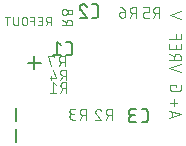
<source format=gbr>
G04 EAGLE Gerber RS-274X export*
G75*
%MOMM*%
%FSLAX34Y34*%
%LPD*%
%INSilkscreen Bottom*%
%IPPOS*%
%AMOC8*
5,1,8,0,0,1.08239X$1,22.5*%
G01*
%ADD10C,0.152400*%
%ADD11C,0.076200*%
%ADD12C,0.101600*%
%ADD13C,0.127000*%


D10*
X193294Y254226D02*
X182457Y254226D01*
X187875Y248807D02*
X187875Y259644D01*
X172262Y198399D02*
X172262Y187562D01*
X172262Y205278D02*
X172262Y216115D01*
D11*
X302600Y294717D02*
X311998Y291584D01*
X311998Y297850D02*
X302600Y294717D01*
X302252Y249877D02*
X311650Y246745D01*
X311650Y253010D02*
X302252Y249877D01*
X302252Y256773D02*
X311650Y256773D01*
X311650Y259383D01*
X311651Y259383D02*
X311649Y259484D01*
X311643Y259585D01*
X311633Y259686D01*
X311620Y259786D01*
X311602Y259886D01*
X311581Y259985D01*
X311555Y260083D01*
X311526Y260180D01*
X311494Y260276D01*
X311457Y260370D01*
X311417Y260463D01*
X311373Y260555D01*
X311326Y260644D01*
X311275Y260732D01*
X311221Y260818D01*
X311164Y260901D01*
X311104Y260983D01*
X311040Y261061D01*
X310974Y261138D01*
X310904Y261211D01*
X310832Y261282D01*
X310757Y261350D01*
X310679Y261415D01*
X310599Y261477D01*
X310517Y261536D01*
X310432Y261592D01*
X310346Y261644D01*
X310257Y261693D01*
X310166Y261739D01*
X310074Y261780D01*
X309980Y261819D01*
X309885Y261853D01*
X309789Y261884D01*
X309691Y261911D01*
X309593Y261935D01*
X309493Y261954D01*
X309393Y261970D01*
X309293Y261982D01*
X309192Y261990D01*
X309091Y261994D01*
X308989Y261994D01*
X308888Y261990D01*
X308787Y261982D01*
X308687Y261970D01*
X308587Y261954D01*
X308487Y261935D01*
X308389Y261911D01*
X308291Y261884D01*
X308195Y261853D01*
X308100Y261819D01*
X308006Y261780D01*
X307914Y261739D01*
X307823Y261693D01*
X307735Y261644D01*
X307648Y261592D01*
X307563Y261536D01*
X307481Y261477D01*
X307401Y261415D01*
X307323Y261350D01*
X307248Y261282D01*
X307176Y261211D01*
X307106Y261138D01*
X307040Y261061D01*
X306976Y260983D01*
X306916Y260901D01*
X306859Y260818D01*
X306805Y260732D01*
X306754Y260644D01*
X306707Y260555D01*
X306663Y260463D01*
X306623Y260370D01*
X306586Y260276D01*
X306554Y260180D01*
X306525Y260083D01*
X306499Y259985D01*
X306478Y259886D01*
X306460Y259786D01*
X306447Y259686D01*
X306437Y259585D01*
X306431Y259484D01*
X306429Y259383D01*
X306429Y256773D01*
X306429Y259905D02*
X302252Y261994D01*
X302252Y266182D02*
X302252Y270359D01*
X302252Y266182D02*
X311650Y266182D01*
X311650Y270359D01*
X307473Y269314D02*
X307473Y266182D01*
X311650Y274106D02*
X302252Y274106D01*
X311650Y274106D02*
X311650Y278283D01*
X307473Y278283D02*
X307473Y274106D01*
X307876Y235403D02*
X307876Y233836D01*
X307876Y235403D02*
X302655Y235403D01*
X302655Y232270D01*
X302656Y232270D02*
X302658Y232181D01*
X302664Y232093D01*
X302673Y232005D01*
X302686Y231917D01*
X302703Y231830D01*
X302723Y231744D01*
X302748Y231659D01*
X302775Y231574D01*
X302807Y231491D01*
X302841Y231410D01*
X302880Y231330D01*
X302921Y231252D01*
X302966Y231175D01*
X303014Y231101D01*
X303065Y231028D01*
X303119Y230958D01*
X303177Y230891D01*
X303237Y230825D01*
X303299Y230763D01*
X303365Y230703D01*
X303432Y230645D01*
X303502Y230591D01*
X303575Y230540D01*
X303649Y230492D01*
X303726Y230447D01*
X303804Y230406D01*
X303884Y230367D01*
X303965Y230333D01*
X304048Y230301D01*
X304133Y230274D01*
X304218Y230249D01*
X304304Y230229D01*
X304391Y230212D01*
X304479Y230199D01*
X304567Y230190D01*
X304655Y230184D01*
X304744Y230182D01*
X309965Y230182D01*
X310056Y230184D01*
X310147Y230190D01*
X310238Y230200D01*
X310328Y230214D01*
X310417Y230231D01*
X310505Y230253D01*
X310593Y230279D01*
X310679Y230308D01*
X310764Y230341D01*
X310847Y230378D01*
X310929Y230418D01*
X311009Y230462D01*
X311087Y230509D01*
X311163Y230560D01*
X311236Y230613D01*
X311307Y230670D01*
X311376Y230731D01*
X311441Y230794D01*
X311504Y230859D01*
X311564Y230928D01*
X311622Y230999D01*
X311675Y231072D01*
X311726Y231148D01*
X311773Y231226D01*
X311817Y231306D01*
X311857Y231388D01*
X311894Y231471D01*
X311927Y231556D01*
X311956Y231642D01*
X311982Y231730D01*
X312004Y231818D01*
X312021Y231907D01*
X312035Y231997D01*
X312045Y232088D01*
X312051Y232179D01*
X312053Y232270D01*
X312053Y235403D01*
X311646Y210693D02*
X302248Y207560D01*
X302248Y213826D02*
X311646Y210693D01*
X304598Y213042D02*
X304598Y208343D01*
X305903Y217314D02*
X305903Y223579D01*
X302770Y220447D02*
X309036Y220447D01*
D12*
X214957Y228854D02*
X214957Y237744D01*
X212487Y237744D01*
X212389Y237742D01*
X212291Y237736D01*
X212193Y237726D01*
X212096Y237713D01*
X211999Y237695D01*
X211903Y237674D01*
X211809Y237649D01*
X211715Y237620D01*
X211622Y237588D01*
X211531Y237551D01*
X211441Y237512D01*
X211353Y237468D01*
X211267Y237421D01*
X211182Y237371D01*
X211100Y237318D01*
X211020Y237261D01*
X210942Y237201D01*
X210867Y237138D01*
X210794Y237072D01*
X210724Y237003D01*
X210657Y236932D01*
X210592Y236858D01*
X210531Y236781D01*
X210472Y236702D01*
X210417Y236621D01*
X210365Y236538D01*
X210317Y236452D01*
X210272Y236365D01*
X210230Y236276D01*
X210192Y236186D01*
X210158Y236094D01*
X210127Y236001D01*
X210100Y235906D01*
X210077Y235811D01*
X210057Y235714D01*
X210042Y235618D01*
X210030Y235520D01*
X210022Y235422D01*
X210018Y235324D01*
X210018Y235226D01*
X210022Y235128D01*
X210030Y235030D01*
X210042Y234932D01*
X210057Y234836D01*
X210077Y234739D01*
X210100Y234644D01*
X210127Y234549D01*
X210158Y234456D01*
X210192Y234364D01*
X210230Y234274D01*
X210272Y234185D01*
X210317Y234098D01*
X210365Y234012D01*
X210417Y233929D01*
X210472Y233848D01*
X210531Y233769D01*
X210592Y233692D01*
X210657Y233618D01*
X210724Y233547D01*
X210794Y233478D01*
X210867Y233412D01*
X210942Y233349D01*
X211020Y233289D01*
X211100Y233232D01*
X211182Y233179D01*
X211267Y233129D01*
X211353Y233082D01*
X211441Y233038D01*
X211531Y232999D01*
X211622Y232962D01*
X211715Y232930D01*
X211809Y232901D01*
X211903Y232876D01*
X211999Y232855D01*
X212096Y232837D01*
X212193Y232824D01*
X212291Y232814D01*
X212389Y232808D01*
X212487Y232806D01*
X212487Y232805D02*
X214957Y232805D01*
X211993Y232805D02*
X210018Y228854D01*
X206107Y235768D02*
X203637Y237744D01*
X203637Y228854D01*
X201168Y228854D02*
X206107Y228854D01*
X253311Y215138D02*
X253311Y206248D01*
X253311Y215138D02*
X250841Y215138D01*
X250743Y215136D01*
X250645Y215130D01*
X250547Y215120D01*
X250450Y215107D01*
X250353Y215089D01*
X250257Y215068D01*
X250163Y215043D01*
X250069Y215014D01*
X249976Y214982D01*
X249885Y214945D01*
X249795Y214906D01*
X249707Y214862D01*
X249621Y214815D01*
X249536Y214765D01*
X249454Y214712D01*
X249374Y214655D01*
X249296Y214595D01*
X249221Y214532D01*
X249148Y214466D01*
X249078Y214397D01*
X249011Y214326D01*
X248946Y214252D01*
X248885Y214175D01*
X248826Y214096D01*
X248771Y214015D01*
X248719Y213932D01*
X248671Y213846D01*
X248626Y213759D01*
X248584Y213670D01*
X248546Y213580D01*
X248512Y213488D01*
X248481Y213395D01*
X248454Y213300D01*
X248431Y213205D01*
X248411Y213108D01*
X248396Y213012D01*
X248384Y212914D01*
X248376Y212816D01*
X248372Y212718D01*
X248372Y212620D01*
X248376Y212522D01*
X248384Y212424D01*
X248396Y212326D01*
X248411Y212230D01*
X248431Y212133D01*
X248454Y212038D01*
X248481Y211943D01*
X248512Y211850D01*
X248546Y211758D01*
X248584Y211668D01*
X248626Y211579D01*
X248671Y211492D01*
X248719Y211406D01*
X248771Y211323D01*
X248826Y211242D01*
X248885Y211163D01*
X248946Y211086D01*
X249011Y211012D01*
X249078Y210941D01*
X249148Y210872D01*
X249221Y210806D01*
X249296Y210743D01*
X249374Y210683D01*
X249454Y210626D01*
X249536Y210573D01*
X249621Y210523D01*
X249707Y210476D01*
X249795Y210432D01*
X249885Y210393D01*
X249976Y210356D01*
X250069Y210324D01*
X250163Y210295D01*
X250257Y210270D01*
X250353Y210249D01*
X250450Y210231D01*
X250547Y210218D01*
X250645Y210208D01*
X250743Y210202D01*
X250841Y210200D01*
X250841Y210199D02*
X253311Y210199D01*
X250347Y210199D02*
X248372Y206248D01*
X239522Y212916D02*
X239524Y213008D01*
X239530Y213100D01*
X239539Y213191D01*
X239552Y213282D01*
X239569Y213372D01*
X239590Y213462D01*
X239614Y213550D01*
X239642Y213638D01*
X239674Y213724D01*
X239709Y213809D01*
X239748Y213892D01*
X239790Y213974D01*
X239835Y214054D01*
X239884Y214132D01*
X239936Y214208D01*
X239991Y214281D01*
X240049Y214353D01*
X240109Y214422D01*
X240173Y214488D01*
X240239Y214552D01*
X240308Y214612D01*
X240380Y214670D01*
X240453Y214725D01*
X240529Y214777D01*
X240607Y214826D01*
X240687Y214871D01*
X240769Y214913D01*
X240852Y214952D01*
X240937Y214987D01*
X241023Y215019D01*
X241111Y215047D01*
X241199Y215071D01*
X241289Y215092D01*
X241379Y215109D01*
X241470Y215122D01*
X241561Y215131D01*
X241653Y215137D01*
X241745Y215139D01*
X241745Y215138D02*
X241851Y215136D01*
X241956Y215130D01*
X242061Y215120D01*
X242166Y215107D01*
X242270Y215089D01*
X242373Y215068D01*
X242476Y215043D01*
X242578Y215014D01*
X242678Y214981D01*
X242777Y214945D01*
X242875Y214905D01*
X242971Y214861D01*
X243066Y214814D01*
X243158Y214764D01*
X243249Y214710D01*
X243338Y214652D01*
X243424Y214592D01*
X243508Y214528D01*
X243590Y214462D01*
X243670Y214392D01*
X243746Y214319D01*
X243820Y214244D01*
X243891Y214166D01*
X243959Y214085D01*
X244025Y214002D01*
X244087Y213916D01*
X244145Y213829D01*
X244201Y213739D01*
X244253Y213647D01*
X244302Y213553D01*
X244347Y213458D01*
X244389Y213361D01*
X244427Y213262D01*
X244461Y213163D01*
X240263Y211187D02*
X240194Y211256D01*
X240128Y211326D01*
X240065Y211400D01*
X240006Y211476D01*
X239949Y211554D01*
X239895Y211634D01*
X239845Y211717D01*
X239798Y211801D01*
X239755Y211888D01*
X239715Y211976D01*
X239679Y212065D01*
X239646Y212156D01*
X239617Y212248D01*
X239592Y212342D01*
X239571Y212436D01*
X239553Y212531D01*
X239540Y212627D01*
X239530Y212723D01*
X239524Y212819D01*
X239522Y212916D01*
X240263Y211187D02*
X244461Y206248D01*
X239522Y206248D01*
X231394Y206248D02*
X231394Y215138D01*
X228925Y215138D01*
X228827Y215136D01*
X228729Y215130D01*
X228631Y215120D01*
X228534Y215107D01*
X228437Y215089D01*
X228341Y215068D01*
X228247Y215043D01*
X228153Y215014D01*
X228060Y214982D01*
X227969Y214945D01*
X227879Y214906D01*
X227791Y214862D01*
X227705Y214815D01*
X227620Y214765D01*
X227538Y214712D01*
X227458Y214655D01*
X227380Y214595D01*
X227305Y214532D01*
X227232Y214466D01*
X227162Y214397D01*
X227095Y214326D01*
X227030Y214252D01*
X226969Y214175D01*
X226910Y214096D01*
X226855Y214015D01*
X226803Y213932D01*
X226755Y213846D01*
X226710Y213759D01*
X226668Y213670D01*
X226630Y213580D01*
X226596Y213488D01*
X226565Y213395D01*
X226538Y213300D01*
X226515Y213205D01*
X226495Y213108D01*
X226480Y213012D01*
X226468Y212914D01*
X226460Y212816D01*
X226456Y212718D01*
X226456Y212620D01*
X226460Y212522D01*
X226468Y212424D01*
X226480Y212326D01*
X226495Y212230D01*
X226515Y212133D01*
X226538Y212038D01*
X226565Y211943D01*
X226596Y211850D01*
X226630Y211758D01*
X226668Y211668D01*
X226710Y211579D01*
X226755Y211492D01*
X226803Y211406D01*
X226855Y211323D01*
X226910Y211242D01*
X226969Y211163D01*
X227030Y211086D01*
X227095Y211012D01*
X227162Y210941D01*
X227232Y210872D01*
X227305Y210806D01*
X227380Y210743D01*
X227458Y210683D01*
X227538Y210626D01*
X227620Y210573D01*
X227705Y210523D01*
X227791Y210476D01*
X227879Y210432D01*
X227969Y210393D01*
X228060Y210356D01*
X228153Y210324D01*
X228247Y210295D01*
X228341Y210270D01*
X228437Y210249D01*
X228534Y210231D01*
X228631Y210218D01*
X228729Y210208D01*
X228827Y210202D01*
X228925Y210200D01*
X228925Y210199D02*
X231394Y210199D01*
X228431Y210199D02*
X226455Y206248D01*
X222544Y206248D02*
X220075Y206248D01*
X219977Y206250D01*
X219879Y206256D01*
X219781Y206266D01*
X219684Y206279D01*
X219587Y206297D01*
X219491Y206318D01*
X219397Y206343D01*
X219303Y206372D01*
X219210Y206404D01*
X219119Y206441D01*
X219029Y206480D01*
X218941Y206524D01*
X218855Y206571D01*
X218770Y206621D01*
X218688Y206674D01*
X218608Y206731D01*
X218530Y206791D01*
X218455Y206854D01*
X218382Y206920D01*
X218312Y206989D01*
X218245Y207060D01*
X218180Y207134D01*
X218119Y207211D01*
X218060Y207290D01*
X218005Y207371D01*
X217953Y207454D01*
X217905Y207540D01*
X217860Y207627D01*
X217818Y207716D01*
X217780Y207806D01*
X217746Y207898D01*
X217715Y207991D01*
X217688Y208086D01*
X217665Y208181D01*
X217645Y208278D01*
X217630Y208374D01*
X217618Y208472D01*
X217610Y208570D01*
X217606Y208668D01*
X217606Y208766D01*
X217610Y208864D01*
X217618Y208962D01*
X217630Y209060D01*
X217645Y209156D01*
X217665Y209253D01*
X217688Y209348D01*
X217715Y209443D01*
X217746Y209536D01*
X217780Y209628D01*
X217818Y209718D01*
X217860Y209807D01*
X217905Y209894D01*
X217953Y209980D01*
X218005Y210063D01*
X218060Y210144D01*
X218119Y210223D01*
X218180Y210300D01*
X218245Y210374D01*
X218312Y210445D01*
X218382Y210514D01*
X218455Y210580D01*
X218530Y210643D01*
X218608Y210703D01*
X218688Y210760D01*
X218770Y210813D01*
X218855Y210863D01*
X218941Y210910D01*
X219029Y210954D01*
X219119Y210993D01*
X219210Y211030D01*
X219303Y211062D01*
X219397Y211091D01*
X219491Y211116D01*
X219587Y211137D01*
X219684Y211155D01*
X219781Y211168D01*
X219879Y211178D01*
X219977Y211184D01*
X220075Y211186D01*
X219581Y215138D02*
X222544Y215138D01*
X219581Y215138D02*
X219494Y215136D01*
X219406Y215130D01*
X219319Y215121D01*
X219233Y215107D01*
X219147Y215090D01*
X219063Y215069D01*
X218979Y215044D01*
X218896Y215015D01*
X218815Y214983D01*
X218735Y214948D01*
X218657Y214909D01*
X218580Y214866D01*
X218506Y214820D01*
X218434Y214771D01*
X218364Y214719D01*
X218296Y214663D01*
X218231Y214605D01*
X218168Y214544D01*
X218109Y214480D01*
X218052Y214413D01*
X217998Y214345D01*
X217947Y214273D01*
X217900Y214200D01*
X217855Y214125D01*
X217814Y214047D01*
X217777Y213968D01*
X217743Y213888D01*
X217713Y213806D01*
X217686Y213723D01*
X217663Y213638D01*
X217644Y213553D01*
X217629Y213467D01*
X217617Y213380D01*
X217609Y213293D01*
X217605Y213206D01*
X217605Y213118D01*
X217609Y213031D01*
X217617Y212944D01*
X217629Y212857D01*
X217644Y212771D01*
X217663Y212686D01*
X217686Y212601D01*
X217713Y212518D01*
X217743Y212436D01*
X217777Y212356D01*
X217814Y212277D01*
X217855Y212199D01*
X217900Y212124D01*
X217947Y212051D01*
X217998Y211979D01*
X218052Y211911D01*
X218109Y211844D01*
X218168Y211780D01*
X218231Y211719D01*
X218296Y211661D01*
X218364Y211605D01*
X218434Y211553D01*
X218506Y211504D01*
X218580Y211458D01*
X218657Y211415D01*
X218735Y211376D01*
X218815Y211341D01*
X218896Y211309D01*
X218979Y211280D01*
X219063Y211255D01*
X219147Y211234D01*
X219233Y211217D01*
X219319Y211203D01*
X219406Y211194D01*
X219494Y211188D01*
X219581Y211186D01*
X219581Y211187D02*
X221556Y211187D01*
X214703Y239522D02*
X214703Y248412D01*
X212233Y248412D01*
X212135Y248410D01*
X212037Y248404D01*
X211939Y248394D01*
X211842Y248381D01*
X211745Y248363D01*
X211649Y248342D01*
X211555Y248317D01*
X211461Y248288D01*
X211368Y248256D01*
X211277Y248219D01*
X211187Y248180D01*
X211099Y248136D01*
X211013Y248089D01*
X210928Y248039D01*
X210846Y247986D01*
X210766Y247929D01*
X210688Y247869D01*
X210613Y247806D01*
X210540Y247740D01*
X210470Y247671D01*
X210403Y247600D01*
X210338Y247526D01*
X210277Y247449D01*
X210218Y247370D01*
X210163Y247289D01*
X210111Y247206D01*
X210063Y247120D01*
X210018Y247033D01*
X209976Y246944D01*
X209938Y246854D01*
X209904Y246762D01*
X209873Y246669D01*
X209846Y246574D01*
X209823Y246479D01*
X209803Y246382D01*
X209788Y246286D01*
X209776Y246188D01*
X209768Y246090D01*
X209764Y245992D01*
X209764Y245894D01*
X209768Y245796D01*
X209776Y245698D01*
X209788Y245600D01*
X209803Y245504D01*
X209823Y245407D01*
X209846Y245312D01*
X209873Y245217D01*
X209904Y245124D01*
X209938Y245032D01*
X209976Y244942D01*
X210018Y244853D01*
X210063Y244766D01*
X210111Y244680D01*
X210163Y244597D01*
X210218Y244516D01*
X210277Y244437D01*
X210338Y244360D01*
X210403Y244286D01*
X210470Y244215D01*
X210540Y244146D01*
X210613Y244080D01*
X210688Y244017D01*
X210766Y243957D01*
X210846Y243900D01*
X210928Y243847D01*
X211013Y243797D01*
X211099Y243750D01*
X211187Y243706D01*
X211277Y243667D01*
X211368Y243630D01*
X211461Y243598D01*
X211555Y243569D01*
X211649Y243544D01*
X211745Y243523D01*
X211842Y243505D01*
X211939Y243492D01*
X212037Y243482D01*
X212135Y243476D01*
X212233Y243474D01*
X212233Y243473D02*
X214703Y243473D01*
X211739Y243473D02*
X209764Y239522D01*
X205853Y241498D02*
X203877Y248412D01*
X205853Y241498D02*
X200914Y241498D01*
X202396Y243473D02*
X202396Y239522D01*
X293443Y292354D02*
X293443Y301244D01*
X290973Y301244D01*
X290875Y301242D01*
X290777Y301236D01*
X290679Y301226D01*
X290582Y301213D01*
X290485Y301195D01*
X290389Y301174D01*
X290295Y301149D01*
X290201Y301120D01*
X290108Y301088D01*
X290017Y301051D01*
X289927Y301012D01*
X289839Y300968D01*
X289753Y300921D01*
X289668Y300871D01*
X289586Y300818D01*
X289506Y300761D01*
X289428Y300701D01*
X289353Y300638D01*
X289280Y300572D01*
X289210Y300503D01*
X289143Y300432D01*
X289078Y300358D01*
X289017Y300281D01*
X288958Y300202D01*
X288903Y300121D01*
X288851Y300038D01*
X288803Y299952D01*
X288758Y299865D01*
X288716Y299776D01*
X288678Y299686D01*
X288644Y299594D01*
X288613Y299501D01*
X288586Y299406D01*
X288563Y299311D01*
X288543Y299214D01*
X288528Y299118D01*
X288516Y299020D01*
X288508Y298922D01*
X288504Y298824D01*
X288504Y298726D01*
X288508Y298628D01*
X288516Y298530D01*
X288528Y298432D01*
X288543Y298336D01*
X288563Y298239D01*
X288586Y298144D01*
X288613Y298049D01*
X288644Y297956D01*
X288678Y297864D01*
X288716Y297774D01*
X288758Y297685D01*
X288803Y297598D01*
X288851Y297512D01*
X288903Y297429D01*
X288958Y297348D01*
X289017Y297269D01*
X289078Y297192D01*
X289143Y297118D01*
X289210Y297047D01*
X289280Y296978D01*
X289353Y296912D01*
X289428Y296849D01*
X289506Y296789D01*
X289586Y296732D01*
X289668Y296679D01*
X289753Y296629D01*
X289839Y296582D01*
X289927Y296538D01*
X290017Y296499D01*
X290108Y296462D01*
X290201Y296430D01*
X290295Y296401D01*
X290389Y296376D01*
X290485Y296355D01*
X290582Y296337D01*
X290679Y296324D01*
X290777Y296314D01*
X290875Y296308D01*
X290973Y296306D01*
X290973Y296305D02*
X293443Y296305D01*
X290479Y296305D02*
X288504Y292354D01*
X284593Y292354D02*
X281630Y292354D01*
X281541Y292356D01*
X281453Y292362D01*
X281365Y292372D01*
X281277Y292386D01*
X281190Y292404D01*
X281104Y292425D01*
X281019Y292451D01*
X280936Y292480D01*
X280853Y292513D01*
X280773Y292550D01*
X280694Y292590D01*
X280617Y292634D01*
X280541Y292681D01*
X280469Y292731D01*
X280398Y292785D01*
X280330Y292842D01*
X280264Y292902D01*
X280202Y292964D01*
X280142Y293030D01*
X280085Y293098D01*
X280031Y293169D01*
X279981Y293241D01*
X279934Y293316D01*
X279890Y293394D01*
X279850Y293473D01*
X279813Y293553D01*
X279780Y293636D01*
X279751Y293719D01*
X279725Y293804D01*
X279704Y293890D01*
X279686Y293977D01*
X279672Y294065D01*
X279662Y294153D01*
X279656Y294241D01*
X279654Y294330D01*
X279654Y295317D01*
X279656Y295403D01*
X279662Y295489D01*
X279671Y295575D01*
X279684Y295660D01*
X279701Y295745D01*
X279721Y295828D01*
X279745Y295911D01*
X279773Y295993D01*
X279804Y296073D01*
X279839Y296152D01*
X279877Y296229D01*
X279919Y296305D01*
X279963Y296379D01*
X280011Y296450D01*
X280062Y296520D01*
X280116Y296587D01*
X280173Y296652D01*
X280233Y296714D01*
X280295Y296774D01*
X280360Y296831D01*
X280427Y296885D01*
X280497Y296936D01*
X280568Y296984D01*
X280642Y297028D01*
X280718Y297070D01*
X280795Y297108D01*
X280874Y297143D01*
X280954Y297174D01*
X281036Y297202D01*
X281119Y297226D01*
X281202Y297246D01*
X281287Y297263D01*
X281372Y297276D01*
X281458Y297285D01*
X281544Y297291D01*
X281630Y297293D01*
X284593Y297293D01*
X284593Y301244D01*
X279654Y301244D01*
X273558Y301244D02*
X273558Y292354D01*
X273558Y301244D02*
X271089Y301244D01*
X270991Y301242D01*
X270893Y301236D01*
X270795Y301226D01*
X270698Y301213D01*
X270601Y301195D01*
X270505Y301174D01*
X270411Y301149D01*
X270317Y301120D01*
X270224Y301088D01*
X270133Y301051D01*
X270043Y301012D01*
X269955Y300968D01*
X269869Y300921D01*
X269784Y300871D01*
X269702Y300818D01*
X269622Y300761D01*
X269544Y300701D01*
X269469Y300638D01*
X269396Y300572D01*
X269326Y300503D01*
X269259Y300432D01*
X269194Y300358D01*
X269133Y300281D01*
X269074Y300202D01*
X269019Y300121D01*
X268967Y300038D01*
X268919Y299952D01*
X268874Y299865D01*
X268832Y299776D01*
X268794Y299686D01*
X268760Y299594D01*
X268729Y299501D01*
X268702Y299406D01*
X268679Y299311D01*
X268659Y299214D01*
X268644Y299118D01*
X268632Y299020D01*
X268624Y298922D01*
X268620Y298824D01*
X268620Y298726D01*
X268624Y298628D01*
X268632Y298530D01*
X268644Y298432D01*
X268659Y298336D01*
X268679Y298239D01*
X268702Y298144D01*
X268729Y298049D01*
X268760Y297956D01*
X268794Y297864D01*
X268832Y297774D01*
X268874Y297685D01*
X268919Y297598D01*
X268967Y297512D01*
X269019Y297429D01*
X269074Y297348D01*
X269133Y297269D01*
X269194Y297192D01*
X269259Y297118D01*
X269326Y297047D01*
X269396Y296978D01*
X269469Y296912D01*
X269544Y296849D01*
X269622Y296789D01*
X269702Y296732D01*
X269784Y296679D01*
X269869Y296629D01*
X269955Y296582D01*
X270043Y296538D01*
X270133Y296499D01*
X270224Y296462D01*
X270317Y296430D01*
X270411Y296401D01*
X270505Y296376D01*
X270601Y296355D01*
X270698Y296337D01*
X270795Y296324D01*
X270893Y296314D01*
X270991Y296308D01*
X271089Y296306D01*
X271089Y296305D02*
X273558Y296305D01*
X270595Y296305D02*
X268619Y292354D01*
X264708Y297293D02*
X261745Y297293D01*
X261659Y297291D01*
X261573Y297285D01*
X261487Y297276D01*
X261402Y297263D01*
X261317Y297246D01*
X261234Y297226D01*
X261151Y297202D01*
X261069Y297174D01*
X260989Y297143D01*
X260910Y297108D01*
X260833Y297070D01*
X260757Y297028D01*
X260683Y296984D01*
X260612Y296936D01*
X260542Y296885D01*
X260475Y296831D01*
X260410Y296774D01*
X260348Y296714D01*
X260288Y296652D01*
X260231Y296587D01*
X260177Y296520D01*
X260126Y296450D01*
X260078Y296379D01*
X260034Y296305D01*
X259992Y296229D01*
X259954Y296152D01*
X259919Y296073D01*
X259888Y295993D01*
X259860Y295911D01*
X259836Y295828D01*
X259816Y295745D01*
X259799Y295660D01*
X259786Y295575D01*
X259777Y295489D01*
X259771Y295403D01*
X259769Y295317D01*
X259769Y294823D01*
X259770Y294823D02*
X259772Y294725D01*
X259778Y294627D01*
X259788Y294529D01*
X259801Y294432D01*
X259819Y294335D01*
X259840Y294239D01*
X259865Y294145D01*
X259894Y294051D01*
X259926Y293958D01*
X259963Y293867D01*
X260002Y293777D01*
X260046Y293689D01*
X260093Y293603D01*
X260143Y293518D01*
X260196Y293436D01*
X260253Y293356D01*
X260313Y293278D01*
X260376Y293203D01*
X260442Y293130D01*
X260511Y293060D01*
X260582Y292993D01*
X260656Y292928D01*
X260733Y292867D01*
X260812Y292808D01*
X260893Y292753D01*
X260976Y292701D01*
X261062Y292653D01*
X261149Y292608D01*
X261238Y292566D01*
X261328Y292528D01*
X261420Y292494D01*
X261513Y292463D01*
X261608Y292436D01*
X261703Y292413D01*
X261800Y292393D01*
X261896Y292378D01*
X261994Y292366D01*
X262092Y292358D01*
X262190Y292354D01*
X262288Y292354D01*
X262386Y292358D01*
X262484Y292366D01*
X262582Y292378D01*
X262678Y292393D01*
X262775Y292413D01*
X262870Y292436D01*
X262965Y292463D01*
X263058Y292494D01*
X263150Y292528D01*
X263240Y292566D01*
X263329Y292608D01*
X263416Y292653D01*
X263502Y292701D01*
X263585Y292753D01*
X263666Y292808D01*
X263745Y292867D01*
X263822Y292928D01*
X263896Y292993D01*
X263967Y293060D01*
X264036Y293130D01*
X264102Y293203D01*
X264165Y293278D01*
X264225Y293356D01*
X264282Y293436D01*
X264335Y293518D01*
X264385Y293603D01*
X264432Y293689D01*
X264476Y293777D01*
X264515Y293867D01*
X264552Y293958D01*
X264584Y294051D01*
X264613Y294145D01*
X264638Y294239D01*
X264659Y294335D01*
X264677Y294432D01*
X264690Y294529D01*
X264700Y294627D01*
X264706Y294725D01*
X264708Y294823D01*
X264708Y297293D01*
X264706Y297417D01*
X264700Y297541D01*
X264690Y297665D01*
X264677Y297788D01*
X264659Y297911D01*
X264638Y298033D01*
X264613Y298155D01*
X264584Y298276D01*
X264551Y298395D01*
X264515Y298514D01*
X264474Y298631D01*
X264431Y298747D01*
X264383Y298862D01*
X264332Y298975D01*
X264277Y299087D01*
X264219Y299196D01*
X264158Y299304D01*
X264093Y299410D01*
X264025Y299514D01*
X263953Y299615D01*
X263879Y299715D01*
X263801Y299811D01*
X263721Y299906D01*
X263637Y299998D01*
X263551Y300087D01*
X263462Y300173D01*
X263370Y300257D01*
X263275Y300337D01*
X263179Y300415D01*
X263079Y300489D01*
X262978Y300561D01*
X262874Y300629D01*
X262768Y300694D01*
X262660Y300755D01*
X262551Y300813D01*
X262439Y300868D01*
X262326Y300919D01*
X262212Y300967D01*
X262095Y301010D01*
X261978Y301051D01*
X261859Y301087D01*
X261740Y301120D01*
X261619Y301149D01*
X261497Y301174D01*
X261375Y301195D01*
X261252Y301213D01*
X261129Y301226D01*
X261005Y301236D01*
X260881Y301242D01*
X260757Y301244D01*
X213433Y260096D02*
X213433Y251206D01*
X213433Y260096D02*
X210963Y260096D01*
X210865Y260094D01*
X210767Y260088D01*
X210669Y260078D01*
X210572Y260065D01*
X210475Y260047D01*
X210379Y260026D01*
X210285Y260001D01*
X210191Y259972D01*
X210098Y259940D01*
X210007Y259903D01*
X209917Y259864D01*
X209829Y259820D01*
X209743Y259773D01*
X209658Y259723D01*
X209576Y259670D01*
X209496Y259613D01*
X209418Y259553D01*
X209343Y259490D01*
X209270Y259424D01*
X209200Y259355D01*
X209133Y259284D01*
X209068Y259210D01*
X209007Y259133D01*
X208948Y259054D01*
X208893Y258973D01*
X208841Y258890D01*
X208793Y258804D01*
X208748Y258717D01*
X208706Y258628D01*
X208668Y258538D01*
X208634Y258446D01*
X208603Y258353D01*
X208576Y258258D01*
X208553Y258163D01*
X208533Y258066D01*
X208518Y257970D01*
X208506Y257872D01*
X208498Y257774D01*
X208494Y257676D01*
X208494Y257578D01*
X208498Y257480D01*
X208506Y257382D01*
X208518Y257284D01*
X208533Y257188D01*
X208553Y257091D01*
X208576Y256996D01*
X208603Y256901D01*
X208634Y256808D01*
X208668Y256716D01*
X208706Y256626D01*
X208748Y256537D01*
X208793Y256450D01*
X208841Y256364D01*
X208893Y256281D01*
X208948Y256200D01*
X209007Y256121D01*
X209068Y256044D01*
X209133Y255970D01*
X209200Y255899D01*
X209270Y255830D01*
X209343Y255764D01*
X209418Y255701D01*
X209496Y255641D01*
X209576Y255584D01*
X209658Y255531D01*
X209743Y255481D01*
X209829Y255434D01*
X209917Y255390D01*
X210007Y255351D01*
X210098Y255314D01*
X210191Y255282D01*
X210285Y255253D01*
X210379Y255228D01*
X210475Y255207D01*
X210572Y255189D01*
X210669Y255176D01*
X210767Y255166D01*
X210865Y255160D01*
X210963Y255158D01*
X210963Y255157D02*
X213433Y255157D01*
X210469Y255157D02*
X208494Y251206D01*
X204583Y259108D02*
X204583Y260096D01*
X199644Y260096D01*
X202113Y251206D01*
X211074Y285931D02*
X219964Y285931D01*
X219964Y288401D01*
X219962Y288499D01*
X219956Y288597D01*
X219946Y288695D01*
X219933Y288792D01*
X219915Y288889D01*
X219894Y288985D01*
X219869Y289079D01*
X219840Y289173D01*
X219808Y289266D01*
X219771Y289357D01*
X219732Y289447D01*
X219688Y289535D01*
X219641Y289621D01*
X219591Y289706D01*
X219538Y289788D01*
X219481Y289868D01*
X219421Y289946D01*
X219358Y290021D01*
X219292Y290094D01*
X219223Y290164D01*
X219152Y290231D01*
X219078Y290296D01*
X219001Y290357D01*
X218922Y290416D01*
X218841Y290471D01*
X218758Y290523D01*
X218672Y290571D01*
X218585Y290616D01*
X218496Y290658D01*
X218406Y290696D01*
X218314Y290730D01*
X218221Y290761D01*
X218126Y290788D01*
X218031Y290811D01*
X217934Y290831D01*
X217838Y290846D01*
X217740Y290858D01*
X217642Y290866D01*
X217544Y290870D01*
X217446Y290870D01*
X217348Y290866D01*
X217250Y290858D01*
X217152Y290846D01*
X217056Y290831D01*
X216959Y290811D01*
X216864Y290788D01*
X216769Y290761D01*
X216676Y290730D01*
X216584Y290696D01*
X216494Y290658D01*
X216405Y290616D01*
X216318Y290571D01*
X216232Y290523D01*
X216149Y290471D01*
X216068Y290416D01*
X215989Y290357D01*
X215912Y290296D01*
X215838Y290231D01*
X215767Y290164D01*
X215698Y290094D01*
X215632Y290021D01*
X215569Y289946D01*
X215509Y289868D01*
X215452Y289788D01*
X215399Y289706D01*
X215349Y289621D01*
X215302Y289535D01*
X215258Y289447D01*
X215219Y289357D01*
X215182Y289266D01*
X215150Y289173D01*
X215121Y289079D01*
X215096Y288985D01*
X215075Y288889D01*
X215057Y288792D01*
X215044Y288695D01*
X215034Y288597D01*
X215028Y288499D01*
X215026Y288401D01*
X215025Y288401D02*
X215025Y285931D01*
X215025Y288895D02*
X211074Y290870D01*
X213543Y294782D02*
X213641Y294784D01*
X213739Y294790D01*
X213837Y294800D01*
X213934Y294813D01*
X214031Y294831D01*
X214127Y294852D01*
X214221Y294877D01*
X214315Y294906D01*
X214408Y294938D01*
X214499Y294975D01*
X214589Y295014D01*
X214677Y295058D01*
X214763Y295105D01*
X214848Y295155D01*
X214930Y295208D01*
X215010Y295265D01*
X215088Y295325D01*
X215163Y295388D01*
X215236Y295454D01*
X215306Y295523D01*
X215373Y295594D01*
X215438Y295668D01*
X215499Y295745D01*
X215558Y295824D01*
X215613Y295905D01*
X215665Y295988D01*
X215713Y296074D01*
X215758Y296161D01*
X215800Y296250D01*
X215838Y296340D01*
X215872Y296432D01*
X215903Y296525D01*
X215930Y296620D01*
X215953Y296715D01*
X215973Y296812D01*
X215988Y296908D01*
X216000Y297006D01*
X216008Y297104D01*
X216012Y297202D01*
X216012Y297300D01*
X216008Y297398D01*
X216000Y297496D01*
X215988Y297594D01*
X215973Y297690D01*
X215953Y297787D01*
X215930Y297882D01*
X215903Y297977D01*
X215872Y298070D01*
X215838Y298162D01*
X215800Y298252D01*
X215758Y298341D01*
X215713Y298428D01*
X215665Y298514D01*
X215613Y298597D01*
X215558Y298678D01*
X215499Y298757D01*
X215438Y298834D01*
X215373Y298908D01*
X215306Y298979D01*
X215236Y299048D01*
X215163Y299114D01*
X215088Y299177D01*
X215010Y299237D01*
X214930Y299294D01*
X214848Y299347D01*
X214763Y299397D01*
X214677Y299444D01*
X214589Y299488D01*
X214499Y299527D01*
X214408Y299564D01*
X214315Y299596D01*
X214221Y299625D01*
X214127Y299650D01*
X214031Y299671D01*
X213934Y299689D01*
X213837Y299702D01*
X213739Y299712D01*
X213641Y299718D01*
X213543Y299720D01*
X213445Y299718D01*
X213347Y299712D01*
X213249Y299702D01*
X213152Y299689D01*
X213055Y299671D01*
X212959Y299650D01*
X212865Y299625D01*
X212771Y299596D01*
X212678Y299564D01*
X212587Y299527D01*
X212497Y299488D01*
X212409Y299444D01*
X212323Y299397D01*
X212238Y299347D01*
X212156Y299294D01*
X212076Y299237D01*
X211998Y299177D01*
X211923Y299114D01*
X211850Y299048D01*
X211780Y298979D01*
X211713Y298908D01*
X211648Y298834D01*
X211587Y298757D01*
X211528Y298678D01*
X211473Y298597D01*
X211421Y298514D01*
X211373Y298428D01*
X211328Y298341D01*
X211286Y298252D01*
X211248Y298162D01*
X211214Y298070D01*
X211183Y297977D01*
X211156Y297882D01*
X211133Y297787D01*
X211113Y297690D01*
X211098Y297594D01*
X211086Y297496D01*
X211078Y297398D01*
X211074Y297300D01*
X211074Y297202D01*
X211078Y297104D01*
X211086Y297006D01*
X211098Y296908D01*
X211113Y296812D01*
X211133Y296715D01*
X211156Y296620D01*
X211183Y296525D01*
X211214Y296432D01*
X211248Y296340D01*
X211286Y296250D01*
X211328Y296161D01*
X211373Y296074D01*
X211421Y295988D01*
X211473Y295905D01*
X211528Y295824D01*
X211587Y295745D01*
X211648Y295668D01*
X211713Y295594D01*
X211780Y295523D01*
X211850Y295454D01*
X211923Y295388D01*
X211998Y295325D01*
X212076Y295265D01*
X212156Y295208D01*
X212238Y295155D01*
X212323Y295105D01*
X212409Y295058D01*
X212497Y295014D01*
X212587Y294975D01*
X212678Y294938D01*
X212771Y294906D01*
X212865Y294877D01*
X212959Y294852D01*
X213055Y294831D01*
X213152Y294813D01*
X213249Y294800D01*
X213347Y294790D01*
X213445Y294784D01*
X213543Y294782D01*
X217988Y295275D02*
X218075Y295277D01*
X218163Y295283D01*
X218250Y295292D01*
X218336Y295306D01*
X218422Y295323D01*
X218506Y295344D01*
X218590Y295369D01*
X218673Y295398D01*
X218754Y295430D01*
X218834Y295465D01*
X218912Y295504D01*
X218989Y295547D01*
X219063Y295593D01*
X219135Y295642D01*
X219205Y295694D01*
X219273Y295750D01*
X219338Y295808D01*
X219401Y295869D01*
X219460Y295933D01*
X219517Y296000D01*
X219571Y296068D01*
X219622Y296140D01*
X219669Y296213D01*
X219714Y296288D01*
X219755Y296366D01*
X219792Y296445D01*
X219826Y296525D01*
X219856Y296607D01*
X219883Y296690D01*
X219906Y296775D01*
X219925Y296860D01*
X219940Y296946D01*
X219952Y297033D01*
X219960Y297120D01*
X219964Y297207D01*
X219964Y297295D01*
X219960Y297382D01*
X219952Y297469D01*
X219940Y297556D01*
X219925Y297642D01*
X219906Y297727D01*
X219883Y297812D01*
X219856Y297895D01*
X219826Y297977D01*
X219792Y298057D01*
X219755Y298136D01*
X219714Y298214D01*
X219669Y298289D01*
X219622Y298362D01*
X219571Y298434D01*
X219517Y298502D01*
X219460Y298569D01*
X219401Y298633D01*
X219338Y298694D01*
X219273Y298752D01*
X219205Y298808D01*
X219135Y298860D01*
X219063Y298909D01*
X218989Y298955D01*
X218912Y298998D01*
X218834Y299037D01*
X218754Y299072D01*
X218673Y299104D01*
X218590Y299133D01*
X218506Y299158D01*
X218422Y299179D01*
X218336Y299196D01*
X218250Y299210D01*
X218163Y299219D01*
X218075Y299225D01*
X217988Y299227D01*
X217901Y299225D01*
X217813Y299219D01*
X217726Y299210D01*
X217640Y299196D01*
X217554Y299179D01*
X217470Y299158D01*
X217386Y299133D01*
X217303Y299104D01*
X217222Y299072D01*
X217142Y299037D01*
X217064Y298998D01*
X216987Y298955D01*
X216913Y298909D01*
X216841Y298860D01*
X216771Y298808D01*
X216703Y298752D01*
X216638Y298694D01*
X216575Y298633D01*
X216516Y298569D01*
X216459Y298502D01*
X216405Y298434D01*
X216354Y298362D01*
X216307Y298289D01*
X216262Y298214D01*
X216221Y298136D01*
X216184Y298057D01*
X216150Y297977D01*
X216120Y297895D01*
X216093Y297812D01*
X216070Y297727D01*
X216051Y297642D01*
X216036Y297556D01*
X216024Y297469D01*
X216016Y297382D01*
X216012Y297295D01*
X216012Y297207D01*
X216016Y297120D01*
X216024Y297033D01*
X216036Y296946D01*
X216051Y296860D01*
X216070Y296775D01*
X216093Y296690D01*
X216120Y296607D01*
X216150Y296525D01*
X216184Y296445D01*
X216221Y296366D01*
X216262Y296288D01*
X216307Y296213D01*
X216354Y296140D01*
X216405Y296068D01*
X216459Y296000D01*
X216516Y295933D01*
X216575Y295869D01*
X216638Y295808D01*
X216703Y295750D01*
X216771Y295694D01*
X216841Y295642D01*
X216913Y295593D01*
X216987Y295547D01*
X217064Y295504D01*
X217142Y295465D01*
X217222Y295430D01*
X217303Y295398D01*
X217386Y295369D01*
X217470Y295344D01*
X217554Y295323D01*
X217640Y295306D01*
X217726Y295292D01*
X217813Y295283D01*
X217901Y295277D01*
X217988Y295275D01*
D13*
X217297Y260477D02*
X214757Y260477D01*
X217297Y260477D02*
X217397Y260479D01*
X217496Y260485D01*
X217596Y260495D01*
X217694Y260508D01*
X217793Y260526D01*
X217890Y260547D01*
X217986Y260572D01*
X218082Y260601D01*
X218176Y260634D01*
X218269Y260670D01*
X218360Y260710D01*
X218450Y260754D01*
X218538Y260801D01*
X218624Y260851D01*
X218708Y260905D01*
X218790Y260962D01*
X218869Y261022D01*
X218947Y261086D01*
X219021Y261152D01*
X219093Y261221D01*
X219162Y261293D01*
X219228Y261367D01*
X219292Y261445D01*
X219352Y261524D01*
X219409Y261606D01*
X219463Y261690D01*
X219513Y261776D01*
X219560Y261864D01*
X219604Y261954D01*
X219644Y262045D01*
X219680Y262138D01*
X219713Y262232D01*
X219742Y262328D01*
X219767Y262424D01*
X219788Y262521D01*
X219806Y262620D01*
X219819Y262718D01*
X219829Y262818D01*
X219835Y262917D01*
X219837Y263017D01*
X219837Y269367D01*
X219835Y269467D01*
X219829Y269566D01*
X219819Y269666D01*
X219806Y269764D01*
X219788Y269863D01*
X219767Y269960D01*
X219742Y270056D01*
X219713Y270152D01*
X219680Y270246D01*
X219644Y270339D01*
X219604Y270430D01*
X219560Y270520D01*
X219513Y270608D01*
X219463Y270694D01*
X219409Y270778D01*
X219352Y270860D01*
X219292Y270939D01*
X219228Y271017D01*
X219162Y271091D01*
X219093Y271163D01*
X219021Y271232D01*
X218947Y271298D01*
X218869Y271362D01*
X218790Y271422D01*
X218708Y271479D01*
X218624Y271533D01*
X218538Y271583D01*
X218450Y271630D01*
X218360Y271674D01*
X218269Y271714D01*
X218176Y271750D01*
X218082Y271783D01*
X217986Y271812D01*
X217890Y271837D01*
X217793Y271858D01*
X217694Y271876D01*
X217596Y271889D01*
X217496Y271899D01*
X217397Y271905D01*
X217297Y271907D01*
X214757Y271907D01*
X210275Y269367D02*
X207100Y271907D01*
X207100Y260477D01*
X210275Y260477D02*
X203925Y260477D01*
X237019Y292481D02*
X239559Y292481D01*
X239659Y292483D01*
X239758Y292489D01*
X239858Y292499D01*
X239956Y292512D01*
X240055Y292530D01*
X240152Y292551D01*
X240248Y292576D01*
X240344Y292605D01*
X240438Y292638D01*
X240531Y292674D01*
X240622Y292714D01*
X240712Y292758D01*
X240800Y292805D01*
X240886Y292855D01*
X240970Y292909D01*
X241052Y292966D01*
X241131Y293026D01*
X241209Y293090D01*
X241283Y293156D01*
X241355Y293225D01*
X241424Y293297D01*
X241490Y293371D01*
X241554Y293449D01*
X241614Y293528D01*
X241671Y293610D01*
X241725Y293694D01*
X241775Y293780D01*
X241822Y293868D01*
X241866Y293958D01*
X241906Y294049D01*
X241942Y294142D01*
X241975Y294236D01*
X242004Y294332D01*
X242029Y294428D01*
X242050Y294525D01*
X242068Y294624D01*
X242081Y294722D01*
X242091Y294822D01*
X242097Y294921D01*
X242099Y295021D01*
X242099Y301371D01*
X242097Y301471D01*
X242091Y301570D01*
X242081Y301670D01*
X242068Y301768D01*
X242050Y301867D01*
X242029Y301964D01*
X242004Y302060D01*
X241975Y302156D01*
X241942Y302250D01*
X241906Y302343D01*
X241866Y302434D01*
X241822Y302524D01*
X241775Y302612D01*
X241725Y302698D01*
X241671Y302782D01*
X241614Y302864D01*
X241554Y302943D01*
X241490Y303021D01*
X241424Y303095D01*
X241355Y303167D01*
X241283Y303236D01*
X241209Y303302D01*
X241131Y303366D01*
X241052Y303426D01*
X240970Y303483D01*
X240886Y303537D01*
X240800Y303587D01*
X240712Y303634D01*
X240622Y303678D01*
X240531Y303718D01*
X240438Y303754D01*
X240344Y303787D01*
X240248Y303816D01*
X240152Y303841D01*
X240055Y303862D01*
X239956Y303880D01*
X239858Y303893D01*
X239758Y303903D01*
X239659Y303909D01*
X239559Y303911D01*
X237019Y303911D01*
X229045Y303912D02*
X228941Y303910D01*
X228836Y303904D01*
X228732Y303895D01*
X228629Y303882D01*
X228526Y303864D01*
X228424Y303844D01*
X228322Y303819D01*
X228222Y303791D01*
X228122Y303759D01*
X228024Y303723D01*
X227927Y303684D01*
X227832Y303642D01*
X227738Y303596D01*
X227646Y303546D01*
X227556Y303494D01*
X227468Y303438D01*
X227382Y303378D01*
X227298Y303316D01*
X227217Y303251D01*
X227138Y303183D01*
X227061Y303111D01*
X226988Y303038D01*
X226916Y302961D01*
X226848Y302882D01*
X226783Y302801D01*
X226721Y302717D01*
X226661Y302631D01*
X226605Y302543D01*
X226553Y302453D01*
X226503Y302361D01*
X226457Y302267D01*
X226415Y302172D01*
X226376Y302075D01*
X226340Y301977D01*
X226308Y301877D01*
X226280Y301777D01*
X226255Y301675D01*
X226235Y301573D01*
X226217Y301470D01*
X226204Y301367D01*
X226195Y301263D01*
X226189Y301158D01*
X226187Y301054D01*
X229045Y303911D02*
X229163Y303909D01*
X229282Y303903D01*
X229400Y303894D01*
X229517Y303881D01*
X229634Y303863D01*
X229751Y303843D01*
X229867Y303818D01*
X229982Y303790D01*
X230095Y303757D01*
X230208Y303722D01*
X230320Y303682D01*
X230430Y303640D01*
X230539Y303593D01*
X230647Y303543D01*
X230752Y303490D01*
X230856Y303433D01*
X230958Y303373D01*
X231058Y303310D01*
X231156Y303243D01*
X231252Y303174D01*
X231345Y303101D01*
X231436Y303025D01*
X231525Y302947D01*
X231611Y302865D01*
X231694Y302781D01*
X231775Y302695D01*
X231852Y302605D01*
X231927Y302514D01*
X231999Y302420D01*
X232068Y302323D01*
X232133Y302225D01*
X232196Y302124D01*
X232255Y302021D01*
X232311Y301917D01*
X232363Y301811D01*
X232412Y301703D01*
X232457Y301594D01*
X232499Y301483D01*
X232537Y301371D01*
X227139Y298832D02*
X227063Y298907D01*
X226988Y298986D01*
X226917Y299067D01*
X226848Y299151D01*
X226783Y299237D01*
X226721Y299325D01*
X226661Y299415D01*
X226605Y299507D01*
X226552Y299602D01*
X226503Y299698D01*
X226457Y299796D01*
X226414Y299895D01*
X226375Y299996D01*
X226340Y300098D01*
X226308Y300201D01*
X226280Y300305D01*
X226255Y300410D01*
X226234Y300517D01*
X226217Y300623D01*
X226204Y300730D01*
X226195Y300838D01*
X226189Y300946D01*
X226187Y301054D01*
X227140Y298831D02*
X232537Y292481D01*
X226187Y292481D01*
X278765Y203835D02*
X281305Y203835D01*
X281405Y203837D01*
X281504Y203843D01*
X281604Y203853D01*
X281702Y203866D01*
X281801Y203884D01*
X281898Y203905D01*
X281994Y203930D01*
X282090Y203959D01*
X282184Y203992D01*
X282277Y204028D01*
X282368Y204068D01*
X282458Y204112D01*
X282546Y204159D01*
X282632Y204209D01*
X282716Y204263D01*
X282798Y204320D01*
X282877Y204380D01*
X282955Y204444D01*
X283029Y204510D01*
X283101Y204579D01*
X283170Y204651D01*
X283236Y204725D01*
X283300Y204803D01*
X283360Y204882D01*
X283417Y204964D01*
X283471Y205048D01*
X283521Y205134D01*
X283568Y205222D01*
X283612Y205312D01*
X283652Y205403D01*
X283688Y205496D01*
X283721Y205590D01*
X283750Y205686D01*
X283775Y205782D01*
X283796Y205879D01*
X283814Y205978D01*
X283827Y206076D01*
X283837Y206176D01*
X283843Y206275D01*
X283845Y206375D01*
X283845Y212725D01*
X283843Y212825D01*
X283837Y212924D01*
X283827Y213024D01*
X283814Y213122D01*
X283796Y213221D01*
X283775Y213318D01*
X283750Y213414D01*
X283721Y213510D01*
X283688Y213604D01*
X283652Y213697D01*
X283612Y213788D01*
X283568Y213878D01*
X283521Y213966D01*
X283471Y214052D01*
X283417Y214136D01*
X283360Y214218D01*
X283300Y214297D01*
X283236Y214375D01*
X283170Y214449D01*
X283101Y214521D01*
X283029Y214590D01*
X282955Y214656D01*
X282877Y214720D01*
X282798Y214780D01*
X282716Y214837D01*
X282632Y214891D01*
X282546Y214941D01*
X282458Y214988D01*
X282368Y215032D01*
X282277Y215072D01*
X282184Y215108D01*
X282090Y215141D01*
X281994Y215170D01*
X281898Y215195D01*
X281801Y215216D01*
X281702Y215234D01*
X281604Y215247D01*
X281504Y215257D01*
X281405Y215263D01*
X281305Y215265D01*
X278765Y215265D01*
X274283Y203835D02*
X271108Y203835D01*
X270997Y203837D01*
X270887Y203843D01*
X270776Y203852D01*
X270666Y203866D01*
X270557Y203883D01*
X270448Y203904D01*
X270340Y203929D01*
X270233Y203958D01*
X270127Y203990D01*
X270022Y204026D01*
X269919Y204066D01*
X269817Y204109D01*
X269716Y204156D01*
X269617Y204207D01*
X269521Y204260D01*
X269426Y204317D01*
X269333Y204378D01*
X269242Y204441D01*
X269153Y204508D01*
X269067Y204578D01*
X268984Y204651D01*
X268902Y204726D01*
X268824Y204804D01*
X268749Y204886D01*
X268676Y204969D01*
X268606Y205055D01*
X268539Y205144D01*
X268476Y205235D01*
X268415Y205328D01*
X268358Y205423D01*
X268305Y205519D01*
X268254Y205618D01*
X268207Y205719D01*
X268164Y205821D01*
X268124Y205924D01*
X268088Y206029D01*
X268056Y206135D01*
X268027Y206242D01*
X268002Y206350D01*
X267981Y206459D01*
X267964Y206568D01*
X267950Y206678D01*
X267941Y206789D01*
X267935Y206899D01*
X267933Y207010D01*
X267935Y207121D01*
X267941Y207231D01*
X267950Y207342D01*
X267964Y207452D01*
X267981Y207561D01*
X268002Y207670D01*
X268027Y207778D01*
X268056Y207885D01*
X268088Y207991D01*
X268124Y208096D01*
X268164Y208199D01*
X268207Y208301D01*
X268254Y208402D01*
X268305Y208501D01*
X268358Y208598D01*
X268415Y208692D01*
X268476Y208785D01*
X268539Y208876D01*
X268606Y208965D01*
X268676Y209051D01*
X268749Y209134D01*
X268824Y209216D01*
X268902Y209294D01*
X268984Y209369D01*
X269067Y209442D01*
X269153Y209512D01*
X269242Y209579D01*
X269333Y209642D01*
X269426Y209703D01*
X269521Y209760D01*
X269617Y209813D01*
X269716Y209864D01*
X269817Y209911D01*
X269919Y209954D01*
X270022Y209994D01*
X270127Y210030D01*
X270233Y210062D01*
X270340Y210091D01*
X270448Y210116D01*
X270557Y210137D01*
X270666Y210154D01*
X270776Y210168D01*
X270887Y210177D01*
X270997Y210183D01*
X271108Y210185D01*
X270473Y215265D02*
X274283Y215265D01*
X270473Y215265D02*
X270373Y215263D01*
X270274Y215257D01*
X270174Y215247D01*
X270076Y215234D01*
X269977Y215216D01*
X269880Y215195D01*
X269784Y215170D01*
X269688Y215141D01*
X269594Y215108D01*
X269501Y215072D01*
X269410Y215032D01*
X269320Y214988D01*
X269232Y214941D01*
X269146Y214891D01*
X269062Y214837D01*
X268980Y214780D01*
X268901Y214720D01*
X268823Y214656D01*
X268749Y214590D01*
X268677Y214521D01*
X268608Y214449D01*
X268542Y214375D01*
X268478Y214297D01*
X268418Y214218D01*
X268361Y214136D01*
X268307Y214052D01*
X268257Y213966D01*
X268210Y213878D01*
X268166Y213788D01*
X268126Y213697D01*
X268090Y213604D01*
X268057Y213510D01*
X268028Y213414D01*
X268003Y213318D01*
X267982Y213221D01*
X267964Y213122D01*
X267951Y213024D01*
X267941Y212924D01*
X267935Y212825D01*
X267933Y212725D01*
X267935Y212625D01*
X267941Y212526D01*
X267951Y212426D01*
X267964Y212328D01*
X267982Y212229D01*
X268003Y212132D01*
X268028Y212036D01*
X268057Y211940D01*
X268090Y211846D01*
X268126Y211753D01*
X268166Y211662D01*
X268210Y211572D01*
X268257Y211484D01*
X268307Y211398D01*
X268361Y211314D01*
X268418Y211232D01*
X268478Y211153D01*
X268542Y211075D01*
X268608Y211001D01*
X268677Y210929D01*
X268749Y210860D01*
X268823Y210794D01*
X268901Y210730D01*
X268980Y210670D01*
X269062Y210613D01*
X269146Y210559D01*
X269232Y210509D01*
X269320Y210462D01*
X269410Y210418D01*
X269501Y210378D01*
X269594Y210342D01*
X269688Y210309D01*
X269784Y210280D01*
X269880Y210255D01*
X269977Y210234D01*
X270076Y210216D01*
X270174Y210203D01*
X270274Y210193D01*
X270373Y210187D01*
X270473Y210185D01*
X273013Y210185D01*
D11*
X201607Y285877D02*
X201607Y293243D01*
X199561Y293243D01*
X199472Y293241D01*
X199383Y293235D01*
X199294Y293225D01*
X199206Y293212D01*
X199118Y293195D01*
X199031Y293173D01*
X198946Y293148D01*
X198861Y293120D01*
X198778Y293087D01*
X198696Y293051D01*
X198616Y293012D01*
X198538Y292969D01*
X198462Y292923D01*
X198387Y292873D01*
X198315Y292820D01*
X198246Y292764D01*
X198179Y292705D01*
X198114Y292644D01*
X198053Y292579D01*
X197994Y292512D01*
X197938Y292443D01*
X197885Y292371D01*
X197835Y292296D01*
X197789Y292220D01*
X197746Y292142D01*
X197707Y292062D01*
X197671Y291980D01*
X197638Y291897D01*
X197610Y291812D01*
X197585Y291727D01*
X197563Y291640D01*
X197546Y291552D01*
X197533Y291464D01*
X197523Y291375D01*
X197517Y291286D01*
X197515Y291197D01*
X197517Y291108D01*
X197523Y291019D01*
X197533Y290930D01*
X197546Y290842D01*
X197563Y290754D01*
X197585Y290667D01*
X197610Y290582D01*
X197638Y290497D01*
X197671Y290414D01*
X197707Y290332D01*
X197746Y290252D01*
X197789Y290174D01*
X197835Y290098D01*
X197885Y290023D01*
X197938Y289951D01*
X197994Y289882D01*
X198053Y289815D01*
X198114Y289750D01*
X198179Y289689D01*
X198246Y289630D01*
X198315Y289574D01*
X198387Y289521D01*
X198462Y289471D01*
X198538Y289425D01*
X198616Y289382D01*
X198696Y289343D01*
X198778Y289307D01*
X198861Y289274D01*
X198946Y289246D01*
X199031Y289221D01*
X199118Y289199D01*
X199206Y289182D01*
X199294Y289169D01*
X199383Y289159D01*
X199472Y289153D01*
X199561Y289151D01*
X201607Y289151D01*
X199152Y289151D02*
X197515Y285877D01*
X194084Y285877D02*
X190810Y285877D01*
X194084Y285877D02*
X194084Y293243D01*
X190810Y293243D01*
X191628Y289969D02*
X194084Y289969D01*
X187744Y293243D02*
X187744Y285877D01*
X187744Y293243D02*
X184470Y293243D01*
X184470Y289969D02*
X187744Y289969D01*
X181664Y291197D02*
X181664Y287923D01*
X181663Y291197D02*
X181661Y291286D01*
X181655Y291375D01*
X181645Y291464D01*
X181632Y291552D01*
X181615Y291640D01*
X181593Y291727D01*
X181568Y291812D01*
X181540Y291897D01*
X181507Y291980D01*
X181471Y292062D01*
X181432Y292142D01*
X181389Y292220D01*
X181343Y292296D01*
X181293Y292371D01*
X181240Y292443D01*
X181184Y292512D01*
X181125Y292579D01*
X181064Y292644D01*
X180999Y292705D01*
X180932Y292764D01*
X180863Y292820D01*
X180791Y292873D01*
X180716Y292923D01*
X180640Y292969D01*
X180562Y293012D01*
X180482Y293051D01*
X180400Y293087D01*
X180317Y293120D01*
X180232Y293148D01*
X180147Y293173D01*
X180060Y293195D01*
X179972Y293212D01*
X179884Y293225D01*
X179795Y293235D01*
X179706Y293241D01*
X179617Y293243D01*
X179528Y293241D01*
X179439Y293235D01*
X179350Y293225D01*
X179262Y293212D01*
X179174Y293195D01*
X179087Y293173D01*
X179002Y293148D01*
X178917Y293120D01*
X178834Y293087D01*
X178752Y293051D01*
X178672Y293012D01*
X178594Y292969D01*
X178518Y292923D01*
X178443Y292873D01*
X178371Y292820D01*
X178302Y292764D01*
X178235Y292705D01*
X178170Y292644D01*
X178109Y292579D01*
X178050Y292512D01*
X177994Y292443D01*
X177941Y292371D01*
X177891Y292296D01*
X177845Y292220D01*
X177802Y292142D01*
X177763Y292062D01*
X177727Y291980D01*
X177694Y291897D01*
X177666Y291812D01*
X177641Y291727D01*
X177619Y291640D01*
X177602Y291552D01*
X177589Y291464D01*
X177579Y291375D01*
X177573Y291286D01*
X177571Y291197D01*
X177571Y287923D01*
X177573Y287834D01*
X177579Y287745D01*
X177589Y287656D01*
X177602Y287568D01*
X177619Y287480D01*
X177641Y287393D01*
X177666Y287308D01*
X177694Y287223D01*
X177727Y287140D01*
X177763Y287058D01*
X177802Y286978D01*
X177845Y286900D01*
X177891Y286824D01*
X177941Y286749D01*
X177994Y286677D01*
X178050Y286608D01*
X178109Y286541D01*
X178170Y286476D01*
X178235Y286415D01*
X178302Y286356D01*
X178371Y286300D01*
X178443Y286247D01*
X178518Y286197D01*
X178594Y286151D01*
X178672Y286108D01*
X178752Y286069D01*
X178834Y286033D01*
X178917Y286000D01*
X179002Y285972D01*
X179087Y285947D01*
X179174Y285925D01*
X179262Y285908D01*
X179350Y285895D01*
X179439Y285885D01*
X179528Y285879D01*
X179617Y285877D01*
X179706Y285879D01*
X179795Y285885D01*
X179884Y285895D01*
X179972Y285908D01*
X180060Y285925D01*
X180147Y285947D01*
X180232Y285972D01*
X180317Y286000D01*
X180400Y286033D01*
X180482Y286069D01*
X180562Y286108D01*
X180640Y286151D01*
X180716Y286197D01*
X180791Y286247D01*
X180863Y286300D01*
X180932Y286356D01*
X180999Y286415D01*
X181064Y286476D01*
X181125Y286541D01*
X181184Y286608D01*
X181240Y286677D01*
X181293Y286749D01*
X181343Y286824D01*
X181389Y286900D01*
X181432Y286978D01*
X181471Y287058D01*
X181507Y287140D01*
X181540Y287223D01*
X181568Y287308D01*
X181593Y287393D01*
X181615Y287480D01*
X181632Y287568D01*
X181645Y287656D01*
X181655Y287745D01*
X181661Y287834D01*
X181663Y287923D01*
X174105Y287923D02*
X174105Y293243D01*
X174104Y287923D02*
X174102Y287834D01*
X174096Y287745D01*
X174086Y287656D01*
X174073Y287568D01*
X174056Y287480D01*
X174034Y287393D01*
X174009Y287308D01*
X173981Y287223D01*
X173948Y287140D01*
X173912Y287058D01*
X173873Y286978D01*
X173830Y286900D01*
X173784Y286824D01*
X173734Y286749D01*
X173681Y286677D01*
X173625Y286608D01*
X173566Y286541D01*
X173505Y286476D01*
X173440Y286415D01*
X173373Y286356D01*
X173304Y286300D01*
X173232Y286247D01*
X173157Y286197D01*
X173081Y286151D01*
X173003Y286108D01*
X172923Y286069D01*
X172841Y286033D01*
X172758Y286000D01*
X172673Y285972D01*
X172588Y285947D01*
X172501Y285925D01*
X172413Y285908D01*
X172325Y285895D01*
X172236Y285885D01*
X172147Y285879D01*
X172058Y285877D01*
X171969Y285879D01*
X171880Y285885D01*
X171791Y285895D01*
X171703Y285908D01*
X171615Y285925D01*
X171528Y285947D01*
X171443Y285972D01*
X171358Y286000D01*
X171275Y286033D01*
X171193Y286069D01*
X171113Y286108D01*
X171035Y286151D01*
X170959Y286197D01*
X170884Y286247D01*
X170812Y286300D01*
X170743Y286356D01*
X170676Y286415D01*
X170611Y286476D01*
X170550Y286541D01*
X170491Y286608D01*
X170435Y286677D01*
X170382Y286749D01*
X170332Y286824D01*
X170286Y286900D01*
X170243Y286978D01*
X170204Y287058D01*
X170168Y287140D01*
X170135Y287223D01*
X170107Y287308D01*
X170082Y287393D01*
X170060Y287480D01*
X170043Y287568D01*
X170030Y287656D01*
X170020Y287745D01*
X170014Y287834D01*
X170012Y287923D01*
X170012Y293243D01*
X164987Y293243D02*
X164987Y285877D01*
X167033Y293243D02*
X162941Y293243D01*
M02*

</source>
